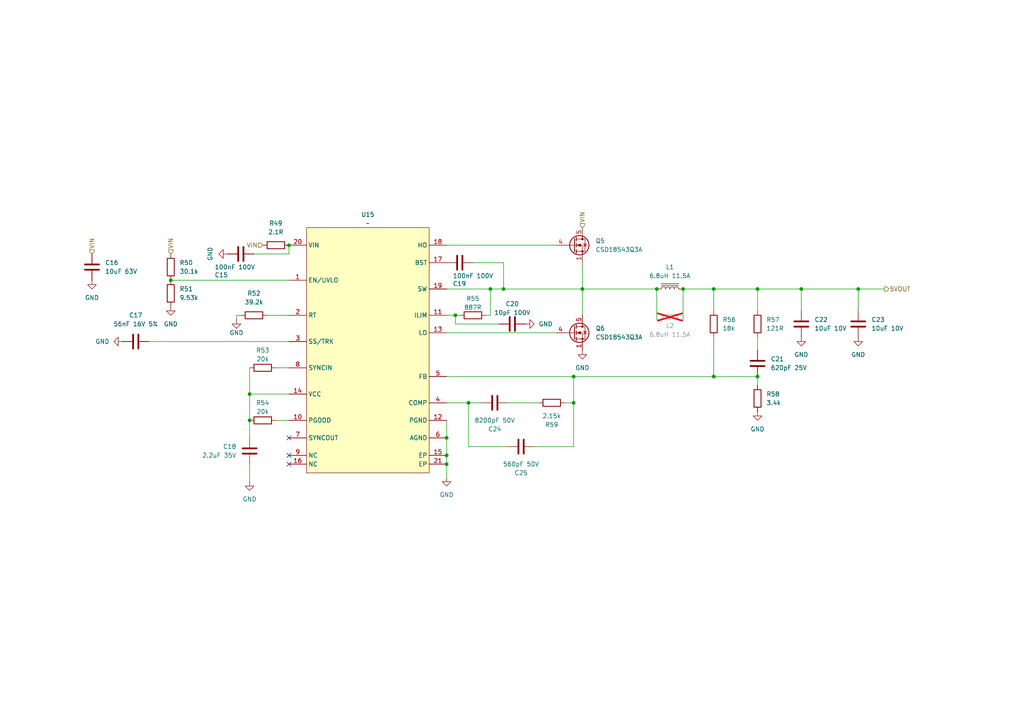
<source format=kicad_sch>
(kicad_sch (version 20250114) (generator "eeschema") (generator_version "9.0")
  (paper "A4")
  (lib_symbols
    (symbol "Converter_DCDC_Local:LM25145RGYR"
      (property "Reference" "U" (at 0 -42.926 0))
      (symbol "LM25145RGYR_1_0"
        (rectangle (start -17.78 34.29) (end 17.78 -36.83) (fill (type background)))
        (pin power_in line (at -22.86 29.21 0) (length 5.08) (name "VIN") (number "20"))
        (pin input line (at -22.86 19.05 0) (length 5.08) (name "EN/UVLO") (number "1"))
        (pin input line (at -22.86 8.89 0) (length 5.08) (name "RT") (number "2"))
        (pin input line (at -22.86 1.27 0) (length 5.08) (name "SS/TRK") (number "3"))
        (pin input line (at -22.86 -6.35 0) (length 5.08) (name "SYNCIN") (number "8"))
        (pin power_in line (at -22.86 -13.97 0) (length 5.08) (name "VCC") (number "14"))
        (pin open_collector line (at -22.86 -21.59 0) (length 5.08) (name "PGOOD") (number "10"))
        (pin output line (at -22.86 -26.67 0) (length 5.08) (name "SYNCOUT") (number "7"))
        (pin passive line (at -22.86 -31.75 0) (length 5.08) (name "NC") (number "9"))
        (pin passive line (at -22.86 -34.29 0) (length 5.08) (name "NC") (number "16"))
        (pin output line (at 22.86 29.21 180) (length 5.08) (name "HO") (number "18"))
        (pin passive line (at 22.86 24.13 180) (length 5.08) (name "BST") (number "17"))
        (pin power_in line (at 22.86 16.51 180) (length 5.08) (name "SW") (number "19"))
        (pin input line (at 22.86 8.89 180) (length 5.08) (name "ILIM") (number "11"))
        (pin output line (at 22.86 3.81 180) (length 5.08) (name "LO") (number "13"))
        (pin input line (at 22.86 -8.89 180) (length 5.08) (name "FB") (number "5"))
        (pin passive line (at 22.86 -16.51 180) (length 5.08) (name "COMP") (number "4"))
        (pin power_in line (at 22.86 -21.59 180) (length 5.08) (name "PGND") (number "12"))
        (pin power_in line (at 22.86 -26.67 180) (length 5.08) (name "AGND") (number "6"))
        (pin power_in line (at 22.86 -31.75 180) (length 5.08) (name "EP") (number "15"))
        (pin power_in line (at 22.86 -34.29 180) (length 5.08) (name "EP") (number "21"))
      )
    )
    (symbol "Device:C" (pin_numbers (hide yes)) (pin_names (offset 0.254))
      (property "Reference" "C" (at 0.635 2.54 0))
      (property "Value" "C" (at 0.635 -2.54 0))
      (symbol "C_0_1"
        (polyline (pts (xy -2.032 0.762) (xy 2.032 0.762)) (stroke (width 0.508)))
        (polyline (pts (xy -2.032 -0.762) (xy 2.032 -0.762)) (stroke (width 0.508)))
      )
      (symbol "C_1_1"
        (pin passive line (at 0 3.81 270) (length 2.794) (name "~") (number "1"))
        (pin passive line (at 0 -3.81 90) (length 2.794) (name "~") (number "2"))
      )
    )
    (symbol "Device:L_Iron" (pin_numbers (hide yes)) (pin_names (offset 1.016) (hide yes))
      (property "Reference" "L" (at -1.27 0 90))
      (property "Value" "L_Iron" (at 2.794 0 90))
      (symbol "L_Iron_0_1"
        (arc (start 0 2.54) (mid 0.6323 1.905) (end 0 1.27))
        (arc (start 0 1.27) (mid 0.6323 0.635) (end 0 0))
        (arc (start 0 0) (mid 0.6323 -0.635) (end 0 -1.27))
        (arc (start 0 -1.27) (mid 0.6323 -1.905) (end 0 -2.54))
        (polyline (pts (xy 1.016 2.54) (xy 1.016 -2.54)))
        (polyline (pts (xy 1.524 -2.54) (xy 1.524 2.54)))
      )
      (symbol "L_Iron_1_1"
        (pin passive line (at 0 3.81 270) (length 1.27) (name "1") (number "1"))
        (pin passive line (at 0 -3.81 90) (length 1.27) (name "2") (number "2"))
      )
    )
    (symbol "Device:R" (pin_numbers (hide yes)) (pin_names (offset 0))
      (property "Reference" "R" (at 2.032 0 90))
      (property "Value" "R" (at 0 0 90))
      (symbol "R_0_1"
        (rectangle (start -1.016 -2.54) (end 1.016 2.54) (stroke (width 0.254)))
      )
      (symbol "R_1_1"
        (pin passive line (at 0 3.81 270) (length 1.27) (name "~") (number "1"))
        (pin passive line (at 0 -3.81 90) (length 1.27) (name "~") (number "2"))
      )
    )
    (symbol "Transistor_FET:CSD18543Q3A" (pin_names (hide yes))
      (property "Reference" "Q" (at 5.08 1.905 0))
      (property "Value" "CSD18543Q3A" (at 5.08 0 0))
      (symbol "CSD18543Q3A_0_1"
        (polyline (pts (xy 0.254 1.905) (xy 0.254 -1.905)) (stroke (width 0.254)))
        (polyline (pts (xy 0.254 0) (xy -2.54 0)))
        (polyline (pts (xy 0.762 2.286) (xy 0.762 1.27)) (stroke (width 0.254)))
        (polyline (pts (xy 0.762 0.508) (xy 0.762 -0.508)) (stroke (width 0.254)))
        (polyline (pts (xy 0.762 -1.27) (xy 0.762 -2.286)) (stroke (width 0.254)))
        (polyline (pts (xy 0.762 -1.778) (xy 3.302 -1.778) (xy 3.302 1.778) (xy 0.762 1.778)))
        (polyline (pts (xy 1.016 0) (xy 2.032 0.381) (xy 2.032 -0.381) (xy 1.016 0)) (fill (type outline)))
        (circle (center 1.651 0) (radius 2.794) (stroke (width 0.254)))
        (polyline (pts (xy 2.54 2.54) (xy 2.54 1.778)))
        (circle (center 2.54 1.778) (radius 0.254) (fill (type outline)))
        (circle (center 2.54 -1.778) (radius 0.254) (fill (type outline)))
        (polyline (pts (xy 2.54 -2.54) (xy 2.54 0) (xy 0.762 0)))
        (polyline (pts (xy 2.794 0.508) (xy 2.921 0.381) (xy 3.683 0.381) (xy 3.81 0.254)))
        (polyline (pts (xy 3.302 0.381) (xy 2.921 -0.254) (xy 3.683 -0.254) (xy 3.302 0.381)))
      )
      (symbol "CSD18543Q3A_1_1"
        (pin passive line (at -5.08 0 0) (length 2.54) (name "G") (number "4"))
        (pin passive line (at 2.54 5.08 270) (length 2.54) (name "D") (number "5"))
        (pin passive line (at 2.54 -5.08 90) (length 2.54) (name "S") (number "1"))
        (pin passive line (at 2.54 -5.08 90) (length 2.54) (hide yes) (name "S") (number "2"))
        (pin passive line (at 2.54 -5.08 90) (length 2.54) (hide yes) (name "S") (number "3"))
      )
    )
    (symbol "power:GND" (power) (pin_numbers (hide yes)) (pin_names (offset 0) (hide yes))
      (property "Value" "GND" (at 0 -3.81 0))
      (symbol "GND_0_1"
        (polyline (pts (xy 0 0) (xy 0 -1.27) (xy 1.27 -1.27) (xy 0 -2.54) (xy -1.27 -1.27) (xy 0 -1.27)))
      )
      (symbol "GND_1_1"
        (pin power_in line (at 0 0 270) (length 0) (name "~") (number "1"))
      )
    )
  )
  (junction (at 219.71 109.22))
  (junction (at 49.53 81.28))
  (junction (at 129.54 127))
  (junction (at 142.24 83.82))
  (junction (at 132.08 91.44))
  (junction (at 168.91 83.82))
  (junction (at 72.39 114.3))
  (junction (at 190.5 83.82))
  (junction (at 146.05 83.82))
  (junction (at 198.12 83.82))
  (junction (at 248.92 83.82))
  (junction (at 129.54 132.08))
  (junction (at 219.71 83.82))
  (junction (at 83.82 71.12))
  (junction (at 232.41 83.82))
  (junction (at 135.89 116.84))
  (junction (at 72.39 121.92))
  (junction (at 166.37 109.22))
  (junction (at 207.01 109.22))
  (junction (at 166.37 116.84))
  (junction (at 129.54 134.62))
  (junction (at 207.01 83.82))
  (no_connect (at 83.82 134.62))
  (no_connect (at 83.82 132.08))
  (no_connect (at 83.82 127))
  (wire (pts (xy 129.54 127) (xy 129.54 132.08)))
  (wire (pts (xy 72.39 134.62) (xy 72.39 139.7)))
  (wire (pts (xy 147.32 116.84) (xy 156.21 116.84)))
  (wire (pts (xy 219.71 97.79) (xy 219.71 101.6)))
  (wire (pts (xy 49.53 81.28) (xy 83.82 81.28)))
  (wire (pts (xy 168.91 83.82) (xy 190.5 83.82)))
  (wire (pts (xy 129.54 109.22) (xy 166.37 109.22)))
  (wire (pts (xy 129.54 132.08) (xy 129.54 134.62)))
  (wire (pts (xy 166.37 129.54) (xy 166.37 116.84)))
  (wire (pts (xy 142.24 83.82) (xy 146.05 83.82)))
  (wire (pts (xy 207.01 83.82) (xy 207.01 90.17)))
  (wire (pts (xy 68.58 91.44) (xy 69.85 91.44)))
  (wire (pts (xy 198.12 83.82) (xy 198.12 92.71)))
  (wire (pts (xy 168.91 83.82) (xy 168.91 91.44)))
  (wire (pts (xy 207.01 83.82) (xy 219.71 83.82)))
  (wire (pts (xy 129.54 116.84) (xy 135.89 116.84)))
  (wire (pts (xy 168.91 76.2) (xy 168.91 83.82)))
  (wire (pts (xy 129.54 91.44) (xy 132.08 91.44)))
  (wire (pts (xy 135.89 129.54) (xy 135.89 116.84)))
  (wire (pts (xy 163.83 116.84) (xy 166.37 116.84)))
  (wire (pts (xy 146.05 83.82) (xy 168.91 83.82)))
  (wire (pts (xy 146.05 76.2) (xy 146.05 83.82)))
  (wire (pts (xy 144.78 93.98) (xy 132.08 93.98)))
  (wire (pts (xy 72.39 106.68) (xy 72.39 114.3)))
  (wire (pts (xy 129.54 83.82) (xy 142.24 83.82)))
  (wire (pts (xy 137.16 76.2) (xy 146.05 76.2)))
  (wire (pts (xy 72.39 114.3) (xy 83.82 114.3)))
  (wire (pts (xy 72.39 121.92) (xy 72.39 127)))
  (wire (pts (xy 248.92 83.82) (xy 256.54 83.82)))
  (wire (pts (xy 198.12 83.82) (xy 207.01 83.82)))
  (wire (pts (xy 142.24 91.44) (xy 142.24 83.82)))
  (wire (pts (xy 219.71 83.82) (xy 219.71 90.17)))
  (wire (pts (xy 80.01 121.92) (xy 83.82 121.92)))
  (wire (pts (xy 129.54 121.92) (xy 129.54 127)))
  (wire (pts (xy 219.71 109.22) (xy 219.71 111.76)))
  (wire (pts (xy 132.08 91.44) (xy 133.35 91.44)))
  (wire (pts (xy 129.54 134.62) (xy 129.54 138.43)))
  (wire (pts (xy 80.01 106.68) (xy 83.82 106.68)))
  (wire (pts (xy 219.71 83.82) (xy 232.41 83.82)))
  (wire (pts (xy 166.37 116.84) (xy 166.37 109.22)))
  (wire (pts (xy 248.92 83.82) (xy 248.92 90.17)))
  (wire (pts (xy 132.08 93.98) (xy 132.08 91.44)))
  (wire (pts (xy 147.32 129.54) (xy 135.89 129.54)))
  (wire (pts (xy 232.41 83.82) (xy 232.41 90.17)))
  (wire (pts (xy 166.37 109.22) (xy 207.01 109.22)))
  (wire (pts (xy 77.47 91.44) (xy 83.82 91.44)))
  (wire (pts (xy 73.66 73.66) (xy 83.82 73.66)))
  (wire (pts (xy 232.41 83.82) (xy 248.92 83.82)))
  (wire (pts (xy 43.18 99.06) (xy 83.82 99.06)))
  (wire (pts (xy 83.82 73.66) (xy 83.82 71.12)))
  (wire (pts (xy 190.5 83.82) (xy 190.5 92.71)))
  (wire (pts (xy 140.97 91.44) (xy 142.24 91.44)))
  (wire (pts (xy 129.54 96.52) (xy 161.29 96.52)))
  (wire (pts (xy 72.39 114.3) (xy 72.39 121.92)))
  (wire (pts (xy 219.71 109.22) (xy 207.01 109.22)))
  (wire (pts (xy 68.58 91.44) (xy 68.58 92.71)))
  (wire (pts (xy 207.01 109.22) (xy 207.01 97.79)))
  (wire (pts (xy 135.89 116.84) (xy 139.7 116.84)))
  (wire (pts (xy 129.54 71.12) (xy 161.29 71.12)))
  (wire (pts (xy 154.94 129.54) (xy 166.37 129.54)))
  (hierarchical_label "5VOUT" (shape output) (at 256.54 83.82 0))
  (hierarchical_label "VIN" (shape input) (at 49.53 73.66 90))
  (hierarchical_label "VIN" (shape input) (at 26.67 73.66 90))
  (hierarchical_label "VIN" (shape input) (at 76.2 71.12 180))
  (hierarchical_label "VIN" (shape input) (at 168.91 66.04 90))
  (symbol (lib_id "power:GND") (at 72.39 139.7 0) (unit 1)
    (property "Reference" "#PWR067" (effects (hide yes)))
    (property "Value" "GND" (at 72.39 144.78 0))
    (property "Description" "Power symbol creates a global label with name \"GND\" , ground" (effects (hide yes)))
  )
  (symbol (lib_id "power:GND") (at 68.58 92.71 0) (unit 1)
    (property "Reference" "#PWR065" (effects (hide yes)))
    (property "Value" "GND" (at 68.58 96.52 0))
    (property "Description" "Power symbol creates a global label with name \"GND\" , ground" (effects (hide yes)))
  )
  (symbol (lib_id "Device:L_Iron") (at 194.31 83.82 90) (unit 1)
    (property "Reference" "L1" (at 194.31 77.47 90))
    (property "Value" "6.8uH 11.5A" (at 194.31 80.01 90))
    (property "Footprint" "Inductor_SMD:L_Bourns_SRP1245A" (effects (hide yes)))
    (property "Description" "Inductor with iron core" (effects (hide yes)))
    (property "Part Number" "SRP1265A-6R8M" (effects (hide yes)))
  )
  (symbol (lib_id "Device:R") (at 160.02 116.84 90) (mirror x) (unit 1)
    (property "Reference" "R59" (at 160.02 123.19 90))
    (property "Value" "2.15k" (at 160.02 120.65 90))
    (property "Footprint" "Resistor_SMD:R_0603_1608Metric" (effects (hide yes)))
    (property "Description" "Resistor" (effects (hide yes)))
    (property "Part Number" "RC0603FR-072K15L" (effects (hide yes)))
  )
  (symbol (lib_id "Device:R") (at 80.01 71.12 90) (unit 1)
    (property "Reference" "R49" (at 80.01 64.77 90))
    (property "Value" "2.1R" (at 80.01 67.31 90))
    (property "Footprint" "Resistor_SMD:R_0603_1608Metric" (effects (hide yes)))
    (property "Description" "Resistor" (effects (hide yes)))
    (property "Part Number" "CRCW06032R10FKEA" (effects (hide yes)))
  )
  (symbol (lib_id "power:GND") (at 248.92 97.79 0) (unit 1)
    (property "Reference" "#PWR071" (effects (hide yes)))
    (property "Value" "GND" (at 248.92 102.87 0))
    (property "Description" "Power symbol creates a global label with name \"GND\" , ground" (effects (hide yes)))
  )
  (symbol (lib_id "power:GND") (at 26.67 81.28 0) (unit 1)
    (property "Reference" "#PWR063" (effects (hide yes)))
    (property "Value" "GND" (at 26.67 86.36 0))
    (property "Description" "Power symbol creates a global label with name \"GND\" , ground" (effects (hide yes)))
  )
  (symbol (lib_id "power:GND") (at 232.41 97.79 0) (unit 1)
    (property "Reference" "#PWR070" (effects (hide yes)))
    (property "Value" "GND" (at 232.41 102.87 0))
    (property "Description" "Power symbol creates a global label with name \"GND\" , ground" (effects (hide yes)))
  )
  (symbol (lib_id "power:GND") (at 152.4 93.98 90) (unit 1)
    (property "Reference" "#PWR068" (effects (hide yes)))
    (property "Value" "GND" (at 156.21 93.9799 90) (effects (justify right)))
    (property "Description" "Power symbol creates a global label with name \"GND\" , ground" (effects (hide yes)))
  )
  (symbol (lib_id "Device:R") (at 207.01 93.98 0) (unit 1)
    (property "Reference" "R56" (at 209.55 92.7099 0) (effects (justify left)))
    (property "Value" "18k" (at 209.55 95.2499 0) (effects (justify left)))
    (property "Footprint" "Resistor_SMD:R_0603_1608Metric" (effects (hide yes)))
    (property "Description" "Resistor" (effects (hide yes)))
    (property "Part Number" "RC0603FR-0718KL" (effects (hide yes)))
  )
  (symbol (lib_id "Device:C") (at 69.85 73.66 270) (unit 1)
    (property "Reference" "C15" (at 62.23 79.756 90) (effects (justify left)))
    (property "Value" "100nF 100V" (at 62.23 77.47 90) (effects (justify left)))
    (property "Footprint" "Capacitor_SMD:C_0603_1608Metric" (effects (hide yes)))
    (property "Description" "Unpolarized capacitor" (effects (hide yes)))
    (property "Part Number" "C1608X7S2A104K080AB" (effects (hide yes)))
  )
  (symbol (lib_id "Device:L_Iron") (at 194.31 92.71 90) (unit 1) (dnp yes)
    (property "Reference" "L2" (at 194.31 94.488 90))
    (property "Value" "6.8uH 11.5A" (at 194.31 97.028 90))
    (property "Footprint" "Inductor_Local:L_Coilcraft_XAL7070-XXX-NOSILK" (effects (hide yes)))
    (property "Description" "Inductor with iron core" (effects (hide yes)))
    (property "Part Number" "XAL7070-682MEC" (effects (hide yes)))
  )
  (symbol (lib_id "power:GND") (at 49.53 88.9 0) (unit 1)
    (property "Reference" "#PWR064" (effects (hide yes)))
    (property "Value" "GND" (at 49.53 93.98 0))
    (property "Description" "Power symbol creates a global label with name \"GND\" , ground" (effects (hide yes)))
  )
  (symbol (lib_id "Device:C") (at 148.59 93.98 90) (unit 1)
    (property "Reference" "C20" (at 148.59 88.138 90))
    (property "Value" "10pF 100V" (at 148.59 90.678 90))
    (property "Footprint" "Capacitor_SMD:C_0603_1608Metric" (effects (hide yes)))
    (property "Description" "Unpolarized capacitor" (effects (hide yes)))
    (property "Part Number" "GCM1885C2A100JA16D" (effects (hide yes)))
  )
  (symbol (lib_id "Device:R") (at 137.16 91.44 90) (unit 1)
    (property "Reference" "R55" (at 137.16 86.614 90))
    (property "Value" "887R" (at 137.16 89.154 90))
    (property "Footprint" "Resistor_SMD:R_0603_1608Metric" (effects (hide yes)))
    (property "Description" "Resistor" (effects (hide yes)))
    (property "Part Number" "RC0603FR-07887RL" (effects (hide yes)))
  )
  (symbol (lib_id "Device:R") (at 76.2 121.92 90) (unit 1)
    (property "Reference" "R54" (at 76.2 116.84 90))
    (property "Value" "20k" (at 76.2 119.38 90))
    (property "Footprint" "Resistor_SMD:R_0603_1608Metric" (effects (hide yes)))
    (property "Description" "Resistor" (effects (hide yes)))
    (property "Part Number" "CRCW060320K0FKEA" (effects (hide yes)))
  )
  (symbol (lib_id "Transistor_FET:CSD18543Q3A") (at 166.37 96.52 0) (unit 1)
    (property "Reference" "Q6" (at 172.72 95.2499 0) (effects (justify left)))
    (property "Value" "CSD18543Q3A" (at 172.72 97.7899 0) (effects (justify left)))
    (property "Footprint" "Package_SON:VSON-8_3.3x3.3mm_P0.65mm_NexFET" (effects (hide yes)))
    (property "Datasheet" "https://www.ti.com/lit/ds/symlink/csd18543q3a.pdf" (effects (hide yes)))
    (property "Description" "35A Id, 60V Vds, NexFET N-Channel Power MOSFET, 8.1mOhm Ron, Qg Typ 11.1nC, VSON-8 3.3x3.3mm" (effects (hide yes)))
    (property "Part Number" "CSD18543Q3A" (effects (hide yes)))
  )
  (symbol (lib_id "Device:C") (at 26.67 77.47 0) (unit 1)
    (property "Reference" "C16" (at 30.48 76.1999 0) (effects (justify left)))
    (property "Value" "10uF 63V" (at 30.48 78.7399 0) (effects (justify left)))
    (property "Footprint" "Capacitor_SMD:C_1210_3225Metric" (effects (hide yes)))
    (property "Description" "Unpolarized capacitor" (effects (hide yes)))
    (property "Part Number" "CL32B106KMVNNWE" (effects (hide yes)))
  )
  (symbol (lib_id "Device:C") (at 232.41 93.98 0) (unit 1)
    (property "Reference" "C22" (at 236.22 92.7099 0) (effects (justify left)))
    (property "Value" "10uF 10V" (at 236.22 95.2499 0) (effects (justify left)))
    (property "Footprint" "Capacitor_SMD:C_1210_3225Metric" (effects (hide yes)))
    (property "Description" "Unpolarized capacitor" (effects (hide yes)))
    (property "Part Number" "C1210C106K8PACTU" (effects (hide yes)))
  )
  (symbol (lib_id "power:GND") (at 129.54 138.43 0) (unit 1)
    (property "Reference" "#PWR061" (effects (hide yes)))
    (property "Value" "GND" (at 129.54 143.51 0))
    (property "Description" "Power symbol creates a global label with name \"GND\" , ground" (effects (hide yes)))
  )
  (symbol (lib_id "Device:R") (at 76.2 106.68 90) (unit 1)
    (property "Reference" "R53" (at 76.2 101.6 90))
    (property "Value" "20k" (at 76.2 104.14 90))
    (property "Footprint" "Resistor_SMD:R_0603_1608Metric" (effects (hide yes)))
    (property "Description" "Resistor" (effects (hide yes)))
    (property "Part Number" "CRCW060320K0FKEA" (effects (hide yes)))
  )
  (symbol (lib_id "power:GND") (at 168.91 101.6 0) (unit 1)
    (property "Reference" "#PWR069" (effects (hide yes)))
    (property "Value" "GND" (at 168.91 106.68 0))
    (property "Description" "Power symbol creates a global label with name \"GND\" , ground" (effects (hide yes)))
  )
  (symbol (lib_id "Device:R") (at 73.66 91.44 90) (unit 1)
    (property "Reference" "R52" (at 73.66 85.09 90))
    (property "Value" "39.2k" (at 73.66 87.63 90))
    (property "Footprint" "Resistor_SMD:R_0603_1608Metric" (effects (hide yes)))
    (property "Description" "Resistor" (effects (hide yes)))
    (property "Part Number" "RC0603FR-0739K2L" (effects (hide yes)))
  )
  (symbol (lib_id "Device:C") (at 72.39 130.81 0) (mirror y) (unit 1)
    (property "Reference" "C18" (at 68.58 129.5399 0) (effects (justify left)))
    (property "Value" "2.2uF 35V" (at 68.58 132.0799 0) (effects (justify left)))
    (property "Footprint" "Capacitor_SMD:C_0603_1608Metric" (effects (hide yes)))
    (property "Description" "Unpolarized capacitor" (effects (hide yes)))
    (property "Part Number" "C1608X5R1V225K080AC" (effects (hide yes)))
  )
  (symbol (lib_id "Device:R") (at 219.71 93.98 0) (unit 1)
    (property "Reference" "R57" (at 222.25 92.7099 0) (effects (justify left)))
    (property "Value" "121R" (at 222.25 95.2499 0) (effects (justify left)))
    (property "Footprint" "Resistor_SMD:R_0603_1608Metric" (effects (hide yes)))
    (property "Description" "Resistor" (effects (hide yes)))
    (property "Part Number" "RC0603FR-07121RL" (effects (hide yes)))
  )
  (symbol (lib_id "Device:R") (at 219.71 115.57 0) (unit 1)
    (property "Reference" "R58" (at 222.25 114.2999 0) (effects (justify left)))
    (property "Value" "3.4k" (at 222.25 116.8399 0) (effects (justify left)))
    (property "Footprint" "Resistor_SMD:R_0603_1608Metric" (effects (hide yes)))
    (property "Description" "Resistor" (effects (hide yes)))
    (property "Part Number" "RC0603FR-073K4L" (effects (hide yes)))
  )
  (symbol (lib_id "power:GND") (at 35.56 99.06 270) (unit 1)
    (property "Reference" "#PWR066" (effects (hide yes)))
    (property "Value" "GND" (at 31.75 99.0599 90) (effects (justify right)))
    (property "Description" "Power symbol creates a global label with name \"GND\" , ground" (effects (hide yes)))
  )
  (symbol (lib_id "Transistor_FET:CSD18543Q3A") (at 166.37 71.12 0) (unit 1)
    (property "Reference" "Q5" (at 172.72 69.8499 0) (effects (justify left)))
    (property "Value" "CSD18543Q3A" (at 172.72 72.3899 0) (effects (justify left)))
    (property "Footprint" "Package_SON:VSON-8_3.3x3.3mm_P0.65mm_NexFET" (effects (hide yes)))
    (property "Datasheet" "https://www.ti.com/lit/ds/symlink/csd18543q3a.pdf" (effects (hide yes)))
    (property "Description" "35A Id, 60V Vds, NexFET N-Channel Power MOSFET, 8.1mOhm Ron, Qg Typ 11.1nC, VSON-8 3.3x3.3mm" (effects (hide yes)))
    (property "Part Number" "CSD18543Q3A" (effects (hide yes)))
  )
  (symbol (lib_id "Device:C") (at 143.51 116.84 90) (mirror x) (unit 1)
    (property "Reference" "C24" (at 143.51 124.46 90))
    (property "Value" "8200pF 50V" (at 143.51 121.92 90))
    (property "Footprint" "Capacitor_SMD:C_0603_1608Metric" (effects (hide yes)))
    (property "Description" "Unpolarized capacitor" (effects (hide yes)))
    (property "Part Number" "GCM1885C1H822JA16D" (effects (hide yes)))
  )
  (symbol (lib_id "Device:C") (at 151.13 129.54 90) (mirror x) (unit 1)
    (property "Reference" "C25" (at 151.13 137.16 90))
    (property "Value" "560pF 50V" (at 151.13 134.62 90))
    (property "Footprint" "Capacitor_SMD:C_0603_1608Metric" (effects (hide yes)))
    (property "Description" "Unpolarized capacitor" (effects (hide yes)))
    (property "Part Number" "C0603C561J5GACTU" (effects (hide yes)))
  )
  (symbol (lib_id "Device:C") (at 39.37 99.06 270) (unit 1)
    (property "Reference" "C17" (at 39.37 91.44 90))
    (property "Value" "56nF 16V 5%" (at 39.37 93.98 90))
    (property "Footprint" "Capacitor_SMD:C_0603_1608Metric" (effects (hide yes)))
    (property "Description" "Unpolarized capacitor" (effects (hide yes)))
    (property "Part Number1" "C0603C563J4RACTU" (effects (hide yes)))
  )
  (symbol (lib_id "Converter_DCDC_Local:LM25145RGYR") (at 106.68 100.33 0) (unit 1)
    (property "Reference" "U15" (at 106.68 62.23 0))
    (property "Value" "~" (at 106.68 64.77 0))
    (property "Footprint" "Package_DFN_QFN:Texas_RGY_R-PVQFN-N20_EP2.05x3.05mm_ThermalVias" (effects (hide yes)))
    (property "Datasheet" "https://www.ti.com/lit/ds/symlink/lm25145.pdf?HQS=dis-dk-null-digikeymode-dsf-pf-null-wwe&ts=1745267070391&ref_url=https%253A%252F%252Fwww.ti.com%252Fgeneral%252Fdocs%252Fsuppproductinfo.tsp%253FdistId%253D10%2526gotoUrl%253Dhttps%253A%252F%252Fwww.ti.com%252Flit%252Fgpn%252Flm25145" (effects (hide yes)))
    (property "Description" "LM25145 6-V to 42-V Synchronous Buck DC-DC Controller With Wide Duty Cycle Range" (effects (hide yes)))
    (property "Part Number" "LM25145RGYR" (effects (hide yes)))
  )
  (symbol (lib_id "Device:C") (at 248.92 93.98 0) (unit 1)
    (property "Reference" "C23" (at 252.73 92.7099 0) (effects (justify left)))
    (property "Value" "10uF 10V" (at 252.73 95.2499 0) (effects (justify left)))
    (property "Footprint" "Capacitor_SMD:C_1210_3225Metric" (effects (hide yes)))
    (property "Description" "Unpolarized capacitor" (effects (hide yes)))
    (property "Part Number" "C1210C106K8PACTU" (effects (hide yes)))
  )
  (symbol (lib_id "power:GND") (at 66.04 73.66 270) (unit 1)
    (property "Reference" "#PWR062" (effects (hide yes)))
    (property "Value" "GND" (at 60.96 73.66 0))
    (property "Description" "Power symbol creates a global label with name \"GND\" , ground" (effects (hide yes)))
  )
  (symbol (lib_id "Device:C") (at 219.71 105.41 0) (unit 1)
    (property "Reference" "C21" (at 223.52 104.1399 0) (effects (justify left)))
    (property "Value" "620pF 25V" (at 223.52 106.6799 0) (effects (justify left)))
    (property "Footprint" "Capacitor_SMD:C_0603_1608Metric" (effects (hide yes)))
    (property "Description" "Unpolarized capacitor" (effects (hide yes)))
    (property "Part Number" "C0603C621J3GACTU" (effects (hide yes)))
  )
  (symbol (lib_id "power:GND") (at 219.71 119.38 0) (unit 1)
    (property "Reference" "#PWR072" (effects (hide yes)))
    (property "Value" "GND" (at 219.71 124.46 0))
    (property "Description" "Power symbol creates a global label with name \"GND\" , ground" (effects (hide yes)))
  )
  (symbol (lib_id "Device:R") (at 49.53 85.09 0) (unit 1)
    (property "Reference" "R51" (at 52.07 83.8199 0) (effects (justify left)))
    (property "Value" "9.53k" (at 52.07 86.3599 0) (effects (justify left)))
    (property "Footprint" "Resistor_SMD:R_0603_1608Metric" (effects (hide yes)))
    (property "Description" "Resistor" (effects (hide yes)))
    (property "Part Number" "RC0603FR-079K53L" (effects (hide yes)))
  )
  (symbol (lib_id "Device:C") (at 133.35 76.2 270) (unit 1)
    (property "Reference" "C19" (at 131.318 82.296 90) (effects (justify left)))
    (property "Value" "100nF 100V" (at 131.318 80.01 90) (effects (justify left)))
    (property "Footprint" "Capacitor_SMD:C_0603_1608Metric" (effects (hide yes)))
    (property "Description" "Unpolarized capacitor" (effects (hide yes)))
    (property "Part Number" "C1608X7S2A104K080AB" (effects (hide yes)))
  )
  (symbol (lib_id "Device:R") (at 49.53 77.47 0) (unit 1)
    (property "Reference" "R50" (at 52.07 76.1999 0) (effects (justify left)))
    (property "Value" "30.1k" (at 52.07 78.7399 0) (effects (justify left)))
    (property "Footprint" "Resistor_SMD:R_0603_1608Metric" (effects (hide yes)))
    (property "Description" "Resistor" (effects (hide yes)))
    (property "Part Number" "RC0603FR-0730K1L" (effects (hide yes)))
  )
)
</source>
